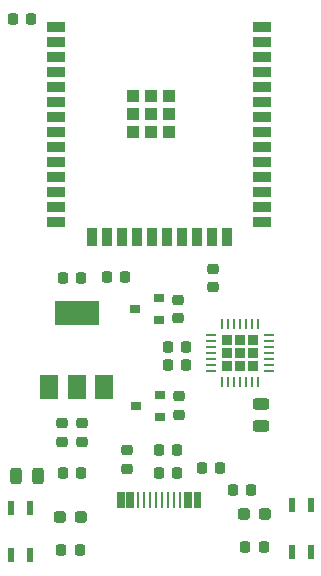
<source format=gbr>
%TF.GenerationSoftware,KiCad,Pcbnew,(5.99.0-12972-g3d2ffc12c1)*%
%TF.CreationDate,2021-12-01T23:42:45+01:00*%
%TF.ProjectId,ESP32_CP2102,45535033-325f-4435-9032-3130322e6b69,rev?*%
%TF.SameCoordinates,Original*%
%TF.FileFunction,Paste,Top*%
%TF.FilePolarity,Positive*%
%FSLAX46Y46*%
G04 Gerber Fmt 4.6, Leading zero omitted, Abs format (unit mm)*
G04 Created by KiCad (PCBNEW (5.99.0-12972-g3d2ffc12c1)) date 2021-12-01 23:42:45*
%MOMM*%
%LPD*%
G01*
G04 APERTURE LIST*
G04 Aperture macros list*
%AMRoundRect*
0 Rectangle with rounded corners*
0 $1 Rounding radius*
0 $2 $3 $4 $5 $6 $7 $8 $9 X,Y pos of 4 corners*
0 Add a 4 corners polygon primitive as box body*
4,1,4,$2,$3,$4,$5,$6,$7,$8,$9,$2,$3,0*
0 Add four circle primitives for the rounded corners*
1,1,$1+$1,$2,$3*
1,1,$1+$1,$4,$5*
1,1,$1+$1,$6,$7*
1,1,$1+$1,$8,$9*
0 Add four rect primitives between the rounded corners*
20,1,$1+$1,$2,$3,$4,$5,0*
20,1,$1+$1,$4,$5,$6,$7,0*
20,1,$1+$1,$6,$7,$8,$9,0*
20,1,$1+$1,$8,$9,$2,$3,0*%
G04 Aperture macros list end*
%ADD10RoundRect,0.225000X0.225000X-0.225000X0.225000X0.225000X-0.225000X0.225000X-0.225000X-0.225000X0*%
%ADD11RoundRect,0.062500X0.062500X-0.337500X0.062500X0.337500X-0.062500X0.337500X-0.062500X-0.337500X0*%
%ADD12RoundRect,0.062500X0.337500X-0.062500X0.337500X0.062500X-0.337500X0.062500X-0.337500X-0.062500X0*%
%ADD13RoundRect,0.218750X-0.218750X-0.256250X0.218750X-0.256250X0.218750X0.256250X-0.218750X0.256250X0*%
%ADD14R,0.900000X0.800000*%
%ADD15RoundRect,0.218750X-0.256250X0.218750X-0.256250X-0.218750X0.256250X-0.218750X0.256250X0.218750X0*%
%ADD16R,1.500000X2.000000*%
%ADD17R,3.800000X2.000000*%
%ADD18RoundRect,0.218750X0.218750X0.256250X-0.218750X0.256250X-0.218750X-0.256250X0.218750X-0.256250X0*%
%ADD19RoundRect,0.218750X0.256250X-0.218750X0.256250X0.218750X-0.256250X0.218750X-0.256250X-0.218750X0*%
%ADD20R,0.508000X1.193800*%
%ADD21RoundRect,0.243750X0.243750X0.456250X-0.243750X0.456250X-0.243750X-0.456250X0.243750X-0.456250X0*%
%ADD22RoundRect,0.243750X-0.456250X0.243750X-0.456250X-0.243750X0.456250X-0.243750X0.456250X0.243750X0*%
%ADD23RoundRect,0.237500X-0.287500X-0.237500X0.287500X-0.237500X0.287500X0.237500X-0.287500X0.237500X0*%
%ADD24R,1.500000X0.900000*%
%ADD25R,0.900000X1.500000*%
%ADD26R,1.050000X1.050000*%
%ADD27R,0.300000X1.450000*%
%ADD28R,0.250000X1.450000*%
%ADD29RoundRect,0.237500X0.287500X0.237500X-0.287500X0.237500X-0.287500X-0.237500X0.287500X-0.237500X0*%
G04 APERTURE END LIST*
D10*
%TO.C,U103*%
X108458000Y-108354000D03*
X109578000Y-108354000D03*
X109578000Y-110594000D03*
X107338000Y-109474000D03*
X109578000Y-109474000D03*
X108458000Y-110594000D03*
X108458000Y-109474000D03*
X107338000Y-108354000D03*
X107338000Y-110594000D03*
D11*
X106958000Y-111924000D03*
X107458000Y-111924000D03*
X107958000Y-111924000D03*
X108458000Y-111924000D03*
X108958000Y-111924000D03*
X109458000Y-111924000D03*
X109958000Y-111924000D03*
D12*
X110908000Y-110974000D03*
X110908000Y-110474000D03*
X110908000Y-109974000D03*
X110908000Y-109474000D03*
X110908000Y-108974000D03*
X110908000Y-108474000D03*
X110908000Y-107974000D03*
D11*
X109958000Y-107024000D03*
X109458000Y-107024000D03*
X108958000Y-107024000D03*
X108458000Y-107024000D03*
X107958000Y-107024000D03*
X107458000Y-107024000D03*
X106958000Y-107024000D03*
D12*
X106008000Y-107974000D03*
X106008000Y-108474000D03*
X106008000Y-108974000D03*
X106008000Y-109474000D03*
X106008000Y-109974000D03*
X106008000Y-110474000D03*
X106008000Y-110974000D03*
%TD*%
D13*
%TO.C,R105*%
X101562500Y-117700000D03*
X103137500Y-117700000D03*
%TD*%
D14*
%TO.C,Q102*%
X101546600Y-106715600D03*
X101546600Y-104815600D03*
X99546600Y-105765600D03*
%TD*%
D13*
%TO.C,R106*%
X107812500Y-121100000D03*
X109387500Y-121100000D03*
%TD*%
D15*
%TO.C,R112*%
X106172000Y-102336500D03*
X106172000Y-103911500D03*
%TD*%
D16*
%TO.C,U101*%
X92315000Y-112370000D03*
D17*
X94615000Y-106070000D03*
D16*
X94615000Y-112370000D03*
X96915000Y-112370000D03*
%TD*%
D18*
%TO.C,C104*%
X110437500Y-125874000D03*
X108862500Y-125874000D03*
%TD*%
D19*
%TO.C,D102*%
X93345000Y-116992500D03*
X93345000Y-115417500D03*
%TD*%
D20*
%TO.C,EN101*%
X89095000Y-122583400D03*
X89095000Y-126596600D03*
X90705000Y-122583400D03*
X90705000Y-126596600D03*
%TD*%
D13*
%TO.C,R111*%
X97162500Y-103000000D03*
X98737500Y-103000000D03*
%TD*%
%TO.C,R104*%
X101562500Y-119600000D03*
X103137500Y-119600000D03*
%TD*%
%TO.C,R110*%
X102336500Y-108966000D03*
X103911500Y-108966000D03*
%TD*%
D21*
%TO.C,C101*%
X91361500Y-119888000D03*
X89486500Y-119888000D03*
%TD*%
D22*
%TO.C,C106*%
X110250000Y-113762500D03*
X110250000Y-115637500D03*
%TD*%
D15*
%TO.C,R108*%
X103225600Y-104978100D03*
X103225600Y-106553100D03*
%TD*%
D20*
%TO.C,BOOT101*%
X112845000Y-126356600D03*
X112845000Y-122343400D03*
X114455000Y-122343400D03*
X114455000Y-126356600D03*
%TD*%
D23*
%TO.C,R114*%
X94949117Y-123347094D03*
X93199117Y-123347094D03*
%TD*%
D24*
%TO.C,U102*%
X92850000Y-81890000D03*
X92850000Y-83160000D03*
X92850000Y-84430000D03*
X92850000Y-85700000D03*
X92850000Y-86970000D03*
X92850000Y-88240000D03*
X92850000Y-89510000D03*
X92850000Y-90780000D03*
X92850000Y-92050000D03*
X92850000Y-93320000D03*
X92850000Y-94590000D03*
X92850000Y-95860000D03*
X92850000Y-97130000D03*
X92850000Y-98400000D03*
D25*
X95880000Y-99650000D03*
X97150000Y-99650000D03*
X98420000Y-99650000D03*
X99690000Y-99650000D03*
X100960000Y-99650000D03*
X102230000Y-99650000D03*
X103500000Y-99650000D03*
X104770000Y-99650000D03*
X106040000Y-99650000D03*
X107310000Y-99650000D03*
D24*
X110350000Y-98400000D03*
X110350000Y-97130000D03*
X110350000Y-95860000D03*
X110350000Y-94590000D03*
X110350000Y-93320000D03*
X110350000Y-92050000D03*
X110350000Y-90780000D03*
X110350000Y-89510000D03*
X110350000Y-88240000D03*
X110350000Y-86970000D03*
X110350000Y-85700000D03*
X110350000Y-84430000D03*
X110350000Y-83160000D03*
X110350000Y-81890000D03*
D26*
X100920000Y-89230000D03*
X100920000Y-87705000D03*
X102445000Y-87705000D03*
X100920000Y-90755000D03*
X102445000Y-90755000D03*
X102445000Y-89230000D03*
X99395000Y-89230000D03*
X99395000Y-87705000D03*
X99395000Y-90755000D03*
%TD*%
D19*
%TO.C,R101*%
X98850000Y-119287500D03*
X98850000Y-117712500D03*
%TD*%
D13*
%TO.C,C102*%
X93446500Y-119634000D03*
X95021500Y-119634000D03*
%TD*%
D15*
%TO.C,R103*%
X95060000Y-115417500D03*
X95060000Y-116992500D03*
%TD*%
D27*
%TO.C,J101*%
X98200000Y-121900000D03*
X99000000Y-121900000D03*
D28*
X100350000Y-121900000D03*
X101350000Y-121900000D03*
X101850000Y-121900000D03*
X102850000Y-121900000D03*
D27*
X104200000Y-121900000D03*
X105000000Y-121900000D03*
X104700000Y-121900000D03*
X103900000Y-121900000D03*
D28*
X103350000Y-121900000D03*
X102350000Y-121900000D03*
X100850000Y-121900000D03*
X99850000Y-121900000D03*
D27*
X99300000Y-121900000D03*
X98500000Y-121900000D03*
%TD*%
D14*
%TO.C,Q101*%
X101634800Y-114894400D03*
X101634800Y-112994400D03*
X99634800Y-113944400D03*
%TD*%
D13*
%TO.C,C107*%
X93446500Y-103124000D03*
X95021500Y-103124000D03*
%TD*%
%TO.C,R109*%
X102336500Y-110490000D03*
X103911500Y-110490000D03*
%TD*%
%TO.C,R102*%
X105212500Y-119250000D03*
X106787500Y-119250000D03*
%TD*%
D29*
%TO.C,R113*%
X110525000Y-123080000D03*
X108775000Y-123080000D03*
%TD*%
D13*
%TO.C,C105*%
X94900000Y-126114000D03*
X93325000Y-126114000D03*
%TD*%
D18*
%TO.C,C103*%
X90787500Y-81200000D03*
X89212500Y-81200000D03*
%TD*%
D15*
%TO.C,R107*%
X103313800Y-113156900D03*
X103313800Y-114731900D03*
%TD*%
M02*

</source>
